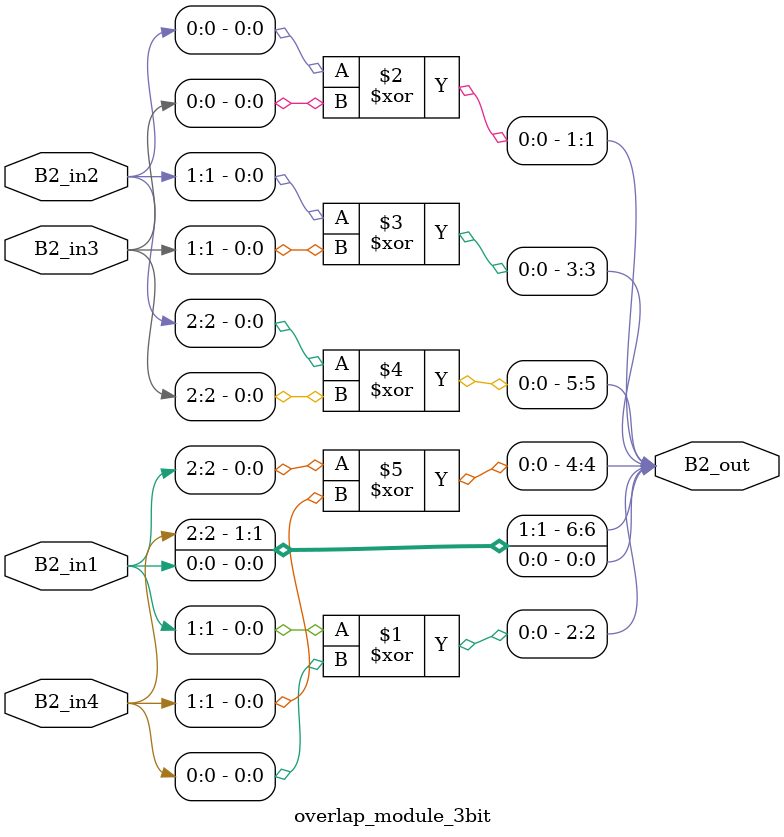
<source format=v>
`timescale 1ns / 1ps


module overlap_module_3bit(
    B2_in1,
    B2_in2,
    B2_in3,
    B2_in4,
    B2_out
    );


parameter n = 4;
    
input [n-2:0] B2_in1;    
input [n-2:0] B2_in2;    
input [n-2:0] B2_in3;
input [n-2:0] B2_in4;

output [2*n-2:0] B2_out;


assign B2_out[0] = B2_in1[0];

assign B2_out[2] = B2_in1[1]^B2_in4[0];

assign B2_out[1] = B2_in2[0]^B2_in3[0];

assign B2_out[3] = B2_in2[1]^B2_in3[1];

assign B2_out[5] = B2_in2[2]^B2_in3[2];

assign B2_out[4] = B2_in1[2]^B2_in4[1];

assign B2_out[6] = B2_in4[2];

    
endmodule

</source>
